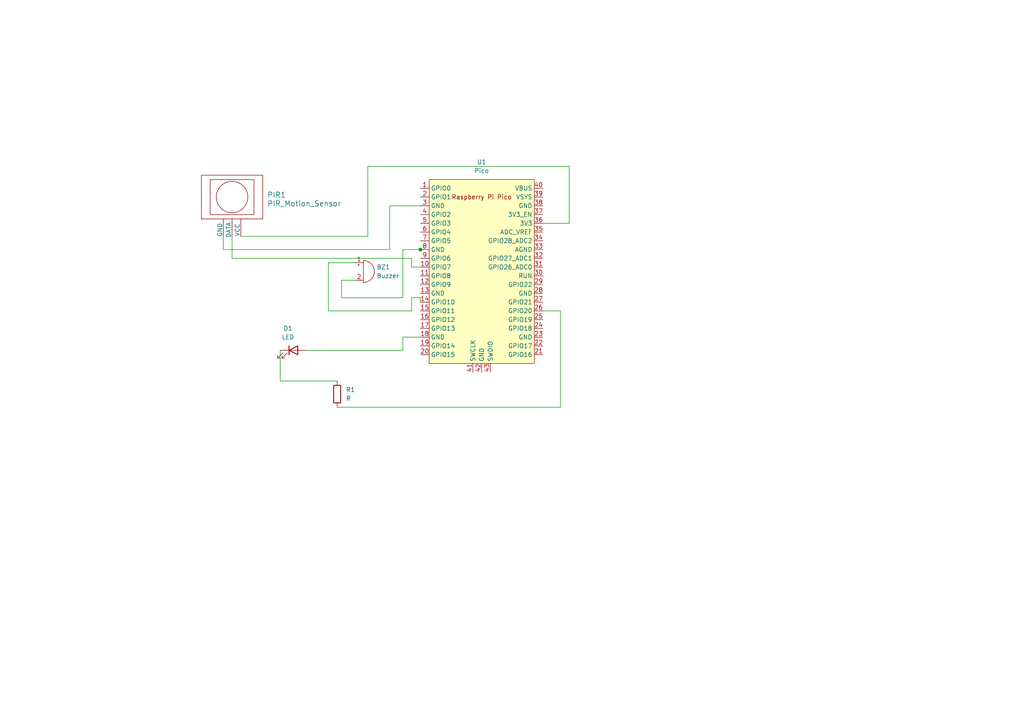
<source format=kicad_sch>
(kicad_sch
	(version 20231120)
	(generator "eeschema")
	(generator_version "8.0")
	(uuid "4f9e19b8-c4a6-45a1-a4f9-72aa2856608a")
	(paper "A4")
	(lib_symbols
		(symbol "Device:Buzzer"
			(pin_names
				(offset 0.0254) hide)
			(exclude_from_sim no)
			(in_bom yes)
			(on_board yes)
			(property "Reference" "BZ"
				(at 3.81 1.27 0)
				(effects
					(font
						(size 1.27 1.27)
					)
					(justify left)
				)
			)
			(property "Value" "Buzzer"
				(at 3.81 -1.27 0)
				(effects
					(font
						(size 1.27 1.27)
					)
					(justify left)
				)
			)
			(property "Footprint" ""
				(at -0.635 2.54 90)
				(effects
					(font
						(size 1.27 1.27)
					)
					(hide yes)
				)
			)
			(property "Datasheet" "~"
				(at -0.635 2.54 90)
				(effects
					(font
						(size 1.27 1.27)
					)
					(hide yes)
				)
			)
			(property "Description" "Buzzer, polarized"
				(at 0 0 0)
				(effects
					(font
						(size 1.27 1.27)
					)
					(hide yes)
				)
			)
			(property "ki_keywords" "quartz resonator ceramic"
				(at 0 0 0)
				(effects
					(font
						(size 1.27 1.27)
					)
					(hide yes)
				)
			)
			(property "ki_fp_filters" "*Buzzer*"
				(at 0 0 0)
				(effects
					(font
						(size 1.27 1.27)
					)
					(hide yes)
				)
			)
			(symbol "Buzzer_0_1"
				(arc
					(start 0 -3.175)
					(mid 3.1612 0)
					(end 0 3.175)
					(stroke
						(width 0)
						(type default)
					)
					(fill
						(type none)
					)
				)
				(polyline
					(pts
						(xy -1.651 1.905) (xy -1.143 1.905)
					)
					(stroke
						(width 0)
						(type default)
					)
					(fill
						(type none)
					)
				)
				(polyline
					(pts
						(xy -1.397 2.159) (xy -1.397 1.651)
					)
					(stroke
						(width 0)
						(type default)
					)
					(fill
						(type none)
					)
				)
				(polyline
					(pts
						(xy 0 3.175) (xy 0 -3.175)
					)
					(stroke
						(width 0)
						(type default)
					)
					(fill
						(type none)
					)
				)
			)
			(symbol "Buzzer_1_1"
				(pin passive line
					(at -2.54 2.54 0)
					(length 2.54)
					(name "+"
						(effects
							(font
								(size 1.27 1.27)
							)
						)
					)
					(number "1"
						(effects
							(font
								(size 1.27 1.27)
							)
						)
					)
				)
				(pin passive line
					(at -2.54 -2.54 0)
					(length 2.54)
					(name "-"
						(effects
							(font
								(size 1.27 1.27)
							)
						)
					)
					(number "2"
						(effects
							(font
								(size 1.27 1.27)
							)
						)
					)
				)
			)
		)
		(symbol "Device:LED"
			(pin_numbers hide)
			(pin_names
				(offset 1.016) hide)
			(exclude_from_sim no)
			(in_bom yes)
			(on_board yes)
			(property "Reference" "D"
				(at 0 2.54 0)
				(effects
					(font
						(size 1.27 1.27)
					)
				)
			)
			(property "Value" "LED"
				(at 0 -2.54 0)
				(effects
					(font
						(size 1.27 1.27)
					)
				)
			)
			(property "Footprint" ""
				(at 0 0 0)
				(effects
					(font
						(size 1.27 1.27)
					)
					(hide yes)
				)
			)
			(property "Datasheet" "~"
				(at 0 0 0)
				(effects
					(font
						(size 1.27 1.27)
					)
					(hide yes)
				)
			)
			(property "Description" "Light emitting diode"
				(at 0 0 0)
				(effects
					(font
						(size 1.27 1.27)
					)
					(hide yes)
				)
			)
			(property "ki_keywords" "LED diode"
				(at 0 0 0)
				(effects
					(font
						(size 1.27 1.27)
					)
					(hide yes)
				)
			)
			(property "ki_fp_filters" "LED* LED_SMD:* LED_THT:*"
				(at 0 0 0)
				(effects
					(font
						(size 1.27 1.27)
					)
					(hide yes)
				)
			)
			(symbol "LED_0_1"
				(polyline
					(pts
						(xy -1.27 -1.27) (xy -1.27 1.27)
					)
					(stroke
						(width 0.254)
						(type default)
					)
					(fill
						(type none)
					)
				)
				(polyline
					(pts
						(xy -1.27 0) (xy 1.27 0)
					)
					(stroke
						(width 0)
						(type default)
					)
					(fill
						(type none)
					)
				)
				(polyline
					(pts
						(xy 1.27 -1.27) (xy 1.27 1.27) (xy -1.27 0) (xy 1.27 -1.27)
					)
					(stroke
						(width 0.254)
						(type default)
					)
					(fill
						(type none)
					)
				)
				(polyline
					(pts
						(xy -3.048 -0.762) (xy -4.572 -2.286) (xy -3.81 -2.286) (xy -4.572 -2.286) (xy -4.572 -1.524)
					)
					(stroke
						(width 0)
						(type default)
					)
					(fill
						(type none)
					)
				)
				(polyline
					(pts
						(xy -1.778 -0.762) (xy -3.302 -2.286) (xy -2.54 -2.286) (xy -3.302 -2.286) (xy -3.302 -1.524)
					)
					(stroke
						(width 0)
						(type default)
					)
					(fill
						(type none)
					)
				)
			)
			(symbol "LED_1_1"
				(pin passive line
					(at -3.81 0 0)
					(length 2.54)
					(name "K"
						(effects
							(font
								(size 1.27 1.27)
							)
						)
					)
					(number "1"
						(effects
							(font
								(size 1.27 1.27)
							)
						)
					)
				)
				(pin passive line
					(at 3.81 0 180)
					(length 2.54)
					(name "A"
						(effects
							(font
								(size 1.27 1.27)
							)
						)
					)
					(number "2"
						(effects
							(font
								(size 1.27 1.27)
							)
						)
					)
				)
			)
		)
		(symbol "Device:R"
			(pin_numbers hide)
			(pin_names
				(offset 0)
			)
			(exclude_from_sim no)
			(in_bom yes)
			(on_board yes)
			(property "Reference" "R"
				(at 2.032 0 90)
				(effects
					(font
						(size 1.27 1.27)
					)
				)
			)
			(property "Value" "R"
				(at 0 0 90)
				(effects
					(font
						(size 1.27 1.27)
					)
				)
			)
			(property "Footprint" ""
				(at -1.778 0 90)
				(effects
					(font
						(size 1.27 1.27)
					)
					(hide yes)
				)
			)
			(property "Datasheet" "~"
				(at 0 0 0)
				(effects
					(font
						(size 1.27 1.27)
					)
					(hide yes)
				)
			)
			(property "Description" "Resistor"
				(at 0 0 0)
				(effects
					(font
						(size 1.27 1.27)
					)
					(hide yes)
				)
			)
			(property "ki_keywords" "R res resistor"
				(at 0 0 0)
				(effects
					(font
						(size 1.27 1.27)
					)
					(hide yes)
				)
			)
			(property "ki_fp_filters" "R_*"
				(at 0 0 0)
				(effects
					(font
						(size 1.27 1.27)
					)
					(hide yes)
				)
			)
			(symbol "R_0_1"
				(rectangle
					(start -1.016 -2.54)
					(end 1.016 2.54)
					(stroke
						(width 0.254)
						(type default)
					)
					(fill
						(type none)
					)
				)
			)
			(symbol "R_1_1"
				(pin passive line
					(at 0 3.81 270)
					(length 1.27)
					(name "~"
						(effects
							(font
								(size 1.27 1.27)
							)
						)
					)
					(number "1"
						(effects
							(font
								(size 1.27 1.27)
							)
						)
					)
				)
				(pin passive line
					(at 0 -3.81 90)
					(length 1.27)
					(name "~"
						(effects
							(font
								(size 1.27 1.27)
							)
						)
					)
					(number "2"
						(effects
							(font
								(size 1.27 1.27)
							)
						)
					)
				)
			)
		)
		(symbol "MCU_RaspberryPi_and_Boards:Pico"
			(exclude_from_sim no)
			(in_bom yes)
			(on_board yes)
			(property "Reference" "U"
				(at -13.97 27.94 0)
				(effects
					(font
						(size 1.27 1.27)
					)
				)
			)
			(property "Value" "Pico"
				(at 0 19.05 0)
				(effects
					(font
						(size 1.27 1.27)
					)
				)
			)
			(property "Footprint" "RPi_Pico:RPi_Pico_SMD_TH"
				(at 0 0 90)
				(effects
					(font
						(size 1.27 1.27)
					)
					(hide yes)
				)
			)
			(property "Datasheet" ""
				(at 0 0 0)
				(effects
					(font
						(size 1.27 1.27)
					)
					(hide yes)
				)
			)
			(property "Description" ""
				(at 0 0 0)
				(effects
					(font
						(size 1.27 1.27)
					)
					(hide yes)
				)
			)
			(symbol "Pico_0_0"
				(text "Raspberry Pi Pico"
					(at 0 21.59 0)
					(effects
						(font
							(size 1.27 1.27)
						)
					)
				)
			)
			(symbol "Pico_0_1"
				(rectangle
					(start -15.24 26.67)
					(end 15.24 -26.67)
					(stroke
						(width 0)
						(type default)
					)
					(fill
						(type background)
					)
				)
			)
			(symbol "Pico_1_1"
				(pin bidirectional line
					(at -17.78 24.13 0)
					(length 2.54)
					(name "GPIO0"
						(effects
							(font
								(size 1.27 1.27)
							)
						)
					)
					(number "1"
						(effects
							(font
								(size 1.27 1.27)
							)
						)
					)
				)
				(pin bidirectional line
					(at -17.78 1.27 0)
					(length 2.54)
					(name "GPIO7"
						(effects
							(font
								(size 1.27 1.27)
							)
						)
					)
					(number "10"
						(effects
							(font
								(size 1.27 1.27)
							)
						)
					)
				)
				(pin bidirectional line
					(at -17.78 -1.27 0)
					(length 2.54)
					(name "GPIO8"
						(effects
							(font
								(size 1.27 1.27)
							)
						)
					)
					(number "11"
						(effects
							(font
								(size 1.27 1.27)
							)
						)
					)
				)
				(pin bidirectional line
					(at -17.78 -3.81 0)
					(length 2.54)
					(name "GPIO9"
						(effects
							(font
								(size 1.27 1.27)
							)
						)
					)
					(number "12"
						(effects
							(font
								(size 1.27 1.27)
							)
						)
					)
				)
				(pin power_in line
					(at -17.78 -6.35 0)
					(length 2.54)
					(name "GND"
						(effects
							(font
								(size 1.27 1.27)
							)
						)
					)
					(number "13"
						(effects
							(font
								(size 1.27 1.27)
							)
						)
					)
				)
				(pin bidirectional line
					(at -17.78 -8.89 0)
					(length 2.54)
					(name "GPIO10"
						(effects
							(font
								(size 1.27 1.27)
							)
						)
					)
					(number "14"
						(effects
							(font
								(size 1.27 1.27)
							)
						)
					)
				)
				(pin bidirectional line
					(at -17.78 -11.43 0)
					(length 2.54)
					(name "GPIO11"
						(effects
							(font
								(size 1.27 1.27)
							)
						)
					)
					(number "15"
						(effects
							(font
								(size 1.27 1.27)
							)
						)
					)
				)
				(pin bidirectional line
					(at -17.78 -13.97 0)
					(length 2.54)
					(name "GPIO12"
						(effects
							(font
								(size 1.27 1.27)
							)
						)
					)
					(number "16"
						(effects
							(font
								(size 1.27 1.27)
							)
						)
					)
				)
				(pin bidirectional line
					(at -17.78 -16.51 0)
					(length 2.54)
					(name "GPIO13"
						(effects
							(font
								(size 1.27 1.27)
							)
						)
					)
					(number "17"
						(effects
							(font
								(size 1.27 1.27)
							)
						)
					)
				)
				(pin power_in line
					(at -17.78 -19.05 0)
					(length 2.54)
					(name "GND"
						(effects
							(font
								(size 1.27 1.27)
							)
						)
					)
					(number "18"
						(effects
							(font
								(size 1.27 1.27)
							)
						)
					)
				)
				(pin bidirectional line
					(at -17.78 -21.59 0)
					(length 2.54)
					(name "GPIO14"
						(effects
							(font
								(size 1.27 1.27)
							)
						)
					)
					(number "19"
						(effects
							(font
								(size 1.27 1.27)
							)
						)
					)
				)
				(pin bidirectional line
					(at -17.78 21.59 0)
					(length 2.54)
					(name "GPIO1"
						(effects
							(font
								(size 1.27 1.27)
							)
						)
					)
					(number "2"
						(effects
							(font
								(size 1.27 1.27)
							)
						)
					)
				)
				(pin bidirectional line
					(at -17.78 -24.13 0)
					(length 2.54)
					(name "GPIO15"
						(effects
							(font
								(size 1.27 1.27)
							)
						)
					)
					(number "20"
						(effects
							(font
								(size 1.27 1.27)
							)
						)
					)
				)
				(pin bidirectional line
					(at 17.78 -24.13 180)
					(length 2.54)
					(name "GPIO16"
						(effects
							(font
								(size 1.27 1.27)
							)
						)
					)
					(number "21"
						(effects
							(font
								(size 1.27 1.27)
							)
						)
					)
				)
				(pin bidirectional line
					(at 17.78 -21.59 180)
					(length 2.54)
					(name "GPIO17"
						(effects
							(font
								(size 1.27 1.27)
							)
						)
					)
					(number "22"
						(effects
							(font
								(size 1.27 1.27)
							)
						)
					)
				)
				(pin power_in line
					(at 17.78 -19.05 180)
					(length 2.54)
					(name "GND"
						(effects
							(font
								(size 1.27 1.27)
							)
						)
					)
					(number "23"
						(effects
							(font
								(size 1.27 1.27)
							)
						)
					)
				)
				(pin bidirectional line
					(at 17.78 -16.51 180)
					(length 2.54)
					(name "GPIO18"
						(effects
							(font
								(size 1.27 1.27)
							)
						)
					)
					(number "24"
						(effects
							(font
								(size 1.27 1.27)
							)
						)
					)
				)
				(pin bidirectional line
					(at 17.78 -13.97 180)
					(length 2.54)
					(name "GPIO19"
						(effects
							(font
								(size 1.27 1.27)
							)
						)
					)
					(number "25"
						(effects
							(font
								(size 1.27 1.27)
							)
						)
					)
				)
				(pin bidirectional line
					(at 17.78 -11.43 180)
					(length 2.54)
					(name "GPIO20"
						(effects
							(font
								(size 1.27 1.27)
							)
						)
					)
					(number "26"
						(effects
							(font
								(size 1.27 1.27)
							)
						)
					)
				)
				(pin bidirectional line
					(at 17.78 -8.89 180)
					(length 2.54)
					(name "GPIO21"
						(effects
							(font
								(size 1.27 1.27)
							)
						)
					)
					(number "27"
						(effects
							(font
								(size 1.27 1.27)
							)
						)
					)
				)
				(pin power_in line
					(at 17.78 -6.35 180)
					(length 2.54)
					(name "GND"
						(effects
							(font
								(size 1.27 1.27)
							)
						)
					)
					(number "28"
						(effects
							(font
								(size 1.27 1.27)
							)
						)
					)
				)
				(pin bidirectional line
					(at 17.78 -3.81 180)
					(length 2.54)
					(name "GPIO22"
						(effects
							(font
								(size 1.27 1.27)
							)
						)
					)
					(number "29"
						(effects
							(font
								(size 1.27 1.27)
							)
						)
					)
				)
				(pin power_in line
					(at -17.78 19.05 0)
					(length 2.54)
					(name "GND"
						(effects
							(font
								(size 1.27 1.27)
							)
						)
					)
					(number "3"
						(effects
							(font
								(size 1.27 1.27)
							)
						)
					)
				)
				(pin input line
					(at 17.78 -1.27 180)
					(length 2.54)
					(name "RUN"
						(effects
							(font
								(size 1.27 1.27)
							)
						)
					)
					(number "30"
						(effects
							(font
								(size 1.27 1.27)
							)
						)
					)
				)
				(pin bidirectional line
					(at 17.78 1.27 180)
					(length 2.54)
					(name "GPIO26_ADC0"
						(effects
							(font
								(size 1.27 1.27)
							)
						)
					)
					(number "31"
						(effects
							(font
								(size 1.27 1.27)
							)
						)
					)
				)
				(pin bidirectional line
					(at 17.78 3.81 180)
					(length 2.54)
					(name "GPIO27_ADC1"
						(effects
							(font
								(size 1.27 1.27)
							)
						)
					)
					(number "32"
						(effects
							(font
								(size 1.27 1.27)
							)
						)
					)
				)
				(pin power_in line
					(at 17.78 6.35 180)
					(length 2.54)
					(name "AGND"
						(effects
							(font
								(size 1.27 1.27)
							)
						)
					)
					(number "33"
						(effects
							(font
								(size 1.27 1.27)
							)
						)
					)
				)
				(pin bidirectional line
					(at 17.78 8.89 180)
					(length 2.54)
					(name "GPIO28_ADC2"
						(effects
							(font
								(size 1.27 1.27)
							)
						)
					)
					(number "34"
						(effects
							(font
								(size 1.27 1.27)
							)
						)
					)
				)
				(pin power_in line
					(at 17.78 11.43 180)
					(length 2.54)
					(name "ADC_VREF"
						(effects
							(font
								(size 1.27 1.27)
							)
						)
					)
					(number "35"
						(effects
							(font
								(size 1.27 1.27)
							)
						)
					)
				)
				(pin power_in line
					(at 17.78 13.97 180)
					(length 2.54)
					(name "3V3"
						(effects
							(font
								(size 1.27 1.27)
							)
						)
					)
					(number "36"
						(effects
							(font
								(size 1.27 1.27)
							)
						)
					)
				)
				(pin input line
					(at 17.78 16.51 180)
					(length 2.54)
					(name "3V3_EN"
						(effects
							(font
								(size 1.27 1.27)
							)
						)
					)
					(number "37"
						(effects
							(font
								(size 1.27 1.27)
							)
						)
					)
				)
				(pin bidirectional line
					(at 17.78 19.05 180)
					(length 2.54)
					(name "GND"
						(effects
							(font
								(size 1.27 1.27)
							)
						)
					)
					(number "38"
						(effects
							(font
								(size 1.27 1.27)
							)
						)
					)
				)
				(pin power_in line
					(at 17.78 21.59 180)
					(length 2.54)
					(name "VSYS"
						(effects
							(font
								(size 1.27 1.27)
							)
						)
					)
					(number "39"
						(effects
							(font
								(size 1.27 1.27)
							)
						)
					)
				)
				(pin bidirectional line
					(at -17.78 16.51 0)
					(length 2.54)
					(name "GPIO2"
						(effects
							(font
								(size 1.27 1.27)
							)
						)
					)
					(number "4"
						(effects
							(font
								(size 1.27 1.27)
							)
						)
					)
				)
				(pin power_in line
					(at 17.78 24.13 180)
					(length 2.54)
					(name "VBUS"
						(effects
							(font
								(size 1.27 1.27)
							)
						)
					)
					(number "40"
						(effects
							(font
								(size 1.27 1.27)
							)
						)
					)
				)
				(pin input line
					(at -2.54 -29.21 90)
					(length 2.54)
					(name "SWCLK"
						(effects
							(font
								(size 1.27 1.27)
							)
						)
					)
					(number "41"
						(effects
							(font
								(size 1.27 1.27)
							)
						)
					)
				)
				(pin power_in line
					(at 0 -29.21 90)
					(length 2.54)
					(name "GND"
						(effects
							(font
								(size 1.27 1.27)
							)
						)
					)
					(number "42"
						(effects
							(font
								(size 1.27 1.27)
							)
						)
					)
				)
				(pin bidirectional line
					(at 2.54 -29.21 90)
					(length 2.54)
					(name "SWDIO"
						(effects
							(font
								(size 1.27 1.27)
							)
						)
					)
					(number "43"
						(effects
							(font
								(size 1.27 1.27)
							)
						)
					)
				)
				(pin bidirectional line
					(at -17.78 13.97 0)
					(length 2.54)
					(name "GPIO3"
						(effects
							(font
								(size 1.27 1.27)
							)
						)
					)
					(number "5"
						(effects
							(font
								(size 1.27 1.27)
							)
						)
					)
				)
				(pin bidirectional line
					(at -17.78 11.43 0)
					(length 2.54)
					(name "GPIO4"
						(effects
							(font
								(size 1.27 1.27)
							)
						)
					)
					(number "6"
						(effects
							(font
								(size 1.27 1.27)
							)
						)
					)
				)
				(pin bidirectional line
					(at -17.78 8.89 0)
					(length 2.54)
					(name "GPIO5"
						(effects
							(font
								(size 1.27 1.27)
							)
						)
					)
					(number "7"
						(effects
							(font
								(size 1.27 1.27)
							)
						)
					)
				)
				(pin power_in line
					(at -17.78 6.35 0)
					(length 2.54)
					(name "GND"
						(effects
							(font
								(size 1.27 1.27)
							)
						)
					)
					(number "8"
						(effects
							(font
								(size 1.27 1.27)
							)
						)
					)
				)
				(pin bidirectional line
					(at -17.78 3.81 0)
					(length 2.54)
					(name "GPIO6"
						(effects
							(font
								(size 1.27 1.27)
							)
						)
					)
					(number "9"
						(effects
							(font
								(size 1.27 1.27)
							)
						)
					)
				)
			)
		)
		(symbol "sensors:PIR_Motion_Sensor"
			(pin_numbers hide)
			(pin_names
				(offset 0)
			)
			(exclude_from_sim no)
			(in_bom yes)
			(on_board yes)
			(property "Reference" "PIR"
				(at 0 22.86 0)
				(effects
					(font
						(size 1.524 1.524)
					)
				)
			)
			(property "Value" "PIR_Motion_Sensor"
				(at 0 20.32 0)
				(effects
					(font
						(size 1.524 1.524)
					)
				)
			)
			(property "Footprint" ""
				(at 0 20.32 0)
				(effects
					(font
						(size 1.524 1.524)
					)
				)
			)
			(property "Datasheet" ""
				(at 0 20.32 0)
				(effects
					(font
						(size 1.524 1.524)
					)
				)
			)
			(property "Description" "PIR motion sensor"
				(at 0 0 0)
				(effects
					(font
						(size 1.27 1.27)
					)
					(hide yes)
				)
			)
			(property "ki_keywords" "motion, sensor, pyroelectric, infrared, ir"
				(at 0 0 0)
				(effects
					(font
						(size 1.27 1.27)
					)
					(hide yes)
				)
			)
			(symbol "PIR_Motion_Sensor_0_1"
				(rectangle
					(start -8.89 5.08)
					(end -8.89 5.08)
					(stroke
						(width 0)
						(type solid)
					)
					(fill
						(type none)
					)
				)
				(rectangle
					(start -8.89 5.08)
					(end 8.89 17.78)
					(stroke
						(width 0)
						(type solid)
					)
					(fill
						(type none)
					)
				)
				(rectangle
					(start -6.35 16.51)
					(end 6.35 6.35)
					(stroke
						(width 0)
						(type solid)
					)
					(fill
						(type none)
					)
				)
				(polyline
					(pts
						(xy -2.54 3.81) (xy -2.54 5.08)
					)
					(stroke
						(width 0)
						(type solid)
					)
					(fill
						(type none)
					)
				)
				(polyline
					(pts
						(xy 0 3.81) (xy 0 5.08)
					)
					(stroke
						(width 0)
						(type solid)
					)
					(fill
						(type none)
					)
				)
				(polyline
					(pts
						(xy 2.54 3.81) (xy 2.54 5.08)
					)
					(stroke
						(width 0)
						(type solid)
					)
					(fill
						(type none)
					)
				)
				(circle
					(center 0 11.43)
					(radius 4.572)
					(stroke
						(width 0)
						(type solid)
					)
					(fill
						(type none)
					)
				)
			)
			(symbol "PIR_Motion_Sensor_1_1"
				(pin power_in line
					(at -2.54 0 90)
					(length 3.81)
					(name "GND"
						(effects
							(font
								(size 1.27 1.27)
							)
						)
					)
					(number "1"
						(effects
							(font
								(size 1.27 1.27)
							)
						)
					)
				)
				(pin output line
					(at 0 0 90)
					(length 3.81)
					(name "DATA"
						(effects
							(font
								(size 1.27 1.27)
							)
						)
					)
					(number "2"
						(effects
							(font
								(size 1.27 1.27)
							)
						)
					)
				)
				(pin power_in line
					(at 2.54 0 90)
					(length 3.81)
					(name "VCC"
						(effects
							(font
								(size 1.27 1.27)
							)
						)
					)
					(number "3"
						(effects
							(font
								(size 1.27 1.27)
							)
						)
					)
				)
			)
		)
	)
	(junction
		(at 121.92 72.39)
		(diameter 0)
		(color 0 0 0 0)
		(uuid "43cfc70c-7578-45ad-888a-965c7cbeadf8")
	)
	(wire
		(pts
			(xy 113.03 59.69) (xy 113.03 72.39)
		)
		(stroke
			(width 0)
			(type default)
		)
		(uuid "050f4dc2-9b9e-4c47-8b5d-4fe329843eac")
	)
	(wire
		(pts
			(xy 116.84 72.39) (xy 121.92 72.39)
		)
		(stroke
			(width 0)
			(type default)
		)
		(uuid "09a6e059-4e8f-4169-b396-353e03b342a6")
	)
	(wire
		(pts
			(xy 119.38 74.93) (xy 119.38 77.47)
		)
		(stroke
			(width 0)
			(type default)
		)
		(uuid "0a98d534-d209-4125-9e8f-69e027a9bb5c")
	)
	(wire
		(pts
			(xy 113.03 72.39) (xy 64.77 72.39)
		)
		(stroke
			(width 0)
			(type default)
		)
		(uuid "0b3d9f27-03d4-4f8e-a6d5-3434d65c0cbd")
	)
	(wire
		(pts
			(xy 99.06 81.28) (xy 99.06 86.36)
		)
		(stroke
			(width 0)
			(type default)
		)
		(uuid "0d52437f-ecce-4789-a2ee-7ed9cd92d0d9")
	)
	(wire
		(pts
			(xy 119.38 86.36) (xy 121.92 86.36)
		)
		(stroke
			(width 0)
			(type default)
		)
		(uuid "0dc8f366-c3d2-4de6-af1c-10ea78a9f90b")
	)
	(wire
		(pts
			(xy 113.03 59.69) (xy 121.92 59.69)
		)
		(stroke
			(width 0)
			(type default)
		)
		(uuid "106125b4-ecad-4933-b457-7248cfd21e2d")
	)
	(wire
		(pts
			(xy 121.92 72.39) (xy 123.19 72.39)
		)
		(stroke
			(width 0)
			(type default)
		)
		(uuid "19a99256-7214-49cf-8655-89a397a4685b")
	)
	(wire
		(pts
			(xy 64.77 72.39) (xy 64.77 68.58)
		)
		(stroke
			(width 0)
			(type default)
		)
		(uuid "28bbb4f5-490e-444e-aabc-f899dad549c7")
	)
	(wire
		(pts
			(xy 119.38 77.47) (xy 121.92 77.47)
		)
		(stroke
			(width 0)
			(type default)
		)
		(uuid "28d83ec5-8a4b-4222-809a-1ee8623ba930")
	)
	(wire
		(pts
			(xy 121.92 86.36) (xy 121.92 87.63)
		)
		(stroke
			(width 0)
			(type default)
		)
		(uuid "2bdc0789-6a5f-421e-8d8d-e0b8ad0c35f6")
	)
	(wire
		(pts
			(xy 69.85 68.58) (xy 106.68 68.58)
		)
		(stroke
			(width 0)
			(type default)
		)
		(uuid "2ce402b7-9d43-4a7e-8af0-a26a7ffae021")
	)
	(wire
		(pts
			(xy 95.25 76.2) (xy 95.25 90.17)
		)
		(stroke
			(width 0)
			(type default)
		)
		(uuid "2e792f6a-b5f6-4f68-8e37-025f2acceedf")
	)
	(wire
		(pts
			(xy 116.84 86.36) (xy 116.84 72.39)
		)
		(stroke
			(width 0)
			(type default)
		)
		(uuid "3192e645-5098-414f-bc36-4fd6a597f5dd")
	)
	(wire
		(pts
			(xy 157.48 90.17) (xy 162.56 90.17)
		)
		(stroke
			(width 0)
			(type default)
		)
		(uuid "32d21acc-0640-47ba-ac67-0552ffe27b6c")
	)
	(wire
		(pts
			(xy 116.84 101.6) (xy 116.84 97.79)
		)
		(stroke
			(width 0)
			(type default)
		)
		(uuid "45a4429b-8c73-4d5b-9297-8540f9dc2a36")
	)
	(wire
		(pts
			(xy 95.25 90.17) (xy 119.38 90.17)
		)
		(stroke
			(width 0)
			(type default)
		)
		(uuid "47a05e48-0057-4209-af10-8567d14208d4")
	)
	(wire
		(pts
			(xy 99.06 86.36) (xy 116.84 86.36)
		)
		(stroke
			(width 0)
			(type default)
		)
		(uuid "497b5945-1b9b-4f8d-a9c6-01cb7e700e94")
	)
	(wire
		(pts
			(xy 165.1 48.26) (xy 165.1 64.77)
		)
		(stroke
			(width 0)
			(type default)
		)
		(uuid "51ebb533-63c7-4da2-86fe-bfec5ccdba76")
	)
	(wire
		(pts
			(xy 81.28 101.6) (xy 81.28 110.49)
		)
		(stroke
			(width 0)
			(type default)
		)
		(uuid "5ab3eb66-d908-4e3b-9207-32aab0f9f763")
	)
	(wire
		(pts
			(xy 81.28 110.49) (xy 97.79 110.49)
		)
		(stroke
			(width 0)
			(type default)
		)
		(uuid "66bdf9e3-313d-4bb2-8332-da21c7cf91b4")
	)
	(wire
		(pts
			(xy 67.31 68.58) (xy 67.31 74.93)
		)
		(stroke
			(width 0)
			(type default)
		)
		(uuid "7cb8586e-e8ed-481e-85d8-5ede33aed6c7")
	)
	(wire
		(pts
			(xy 97.79 118.11) (xy 162.56 118.11)
		)
		(stroke
			(width 0)
			(type default)
		)
		(uuid "7fe38e6f-0187-498e-84ae-63eb4bc8ff55")
	)
	(wire
		(pts
			(xy 165.1 64.77) (xy 157.48 64.77)
		)
		(stroke
			(width 0)
			(type default)
		)
		(uuid "8aef484e-2729-45ce-af64-4b1bbac41cb7")
	)
	(wire
		(pts
			(xy 116.84 97.79) (xy 121.92 97.79)
		)
		(stroke
			(width 0)
			(type default)
		)
		(uuid "936f589b-9734-48ac-bf09-fafe88d745ae")
	)
	(wire
		(pts
			(xy 102.87 76.2) (xy 95.25 76.2)
		)
		(stroke
			(width 0)
			(type default)
		)
		(uuid "9f860a9e-723f-45ad-b39a-7c249599ab89")
	)
	(wire
		(pts
			(xy 102.87 81.28) (xy 99.06 81.28)
		)
		(stroke
			(width 0)
			(type default)
		)
		(uuid "a2294ca3-6d24-4a7f-9aea-ff646a24334a")
	)
	(wire
		(pts
			(xy 162.56 118.11) (xy 162.56 90.17)
		)
		(stroke
			(width 0)
			(type default)
		)
		(uuid "a251bf6d-9f87-4a5f-ab03-77e1ab9f27db")
	)
	(wire
		(pts
			(xy 88.9 101.6) (xy 116.84 101.6)
		)
		(stroke
			(width 0)
			(type default)
		)
		(uuid "a58a18b1-5d7b-4c9e-a0ad-c4f313d64c31")
	)
	(wire
		(pts
			(xy 67.31 74.93) (xy 119.38 74.93)
		)
		(stroke
			(width 0)
			(type default)
		)
		(uuid "ab90c58c-c361-4023-859e-6c6496ea2d07")
	)
	(wire
		(pts
			(xy 119.38 90.17) (xy 119.38 86.36)
		)
		(stroke
			(width 0)
			(type default)
		)
		(uuid "b9d9639a-bbd0-4165-826c-a305ccb63350")
	)
	(wire
		(pts
			(xy 106.68 68.58) (xy 106.68 48.26)
		)
		(stroke
			(width 0)
			(type default)
		)
		(uuid "ddf01530-2051-43a9-96ee-1ab87b686077")
	)
	(wire
		(pts
			(xy 106.68 48.26) (xy 165.1 48.26)
		)
		(stroke
			(width 0)
			(type default)
		)
		(uuid "e3b5b31e-e107-4aa8-aca9-4854f80f06d5")
	)
	(symbol
		(lib_id "Device:LED")
		(at 85.09 101.6 0)
		(unit 1)
		(exclude_from_sim no)
		(in_bom yes)
		(on_board yes)
		(dnp no)
		(fields_autoplaced yes)
		(uuid "07a030c8-6a5f-495a-8fd1-3ae97176e778")
		(property "Reference" "D1"
			(at 83.5025 95.25 0)
			(effects
				(font
					(size 1.27 1.27)
				)
			)
		)
		(property "Value" "LED"
			(at 83.5025 97.79 0)
			(effects
				(font
					(size 1.27 1.27)
				)
			)
		)
		(property "Footprint" "LED_SMD:LED_Avago_PLCC4_3.2x2.8mm_CW"
			(at 85.09 101.6 0)
			(effects
				(font
					(size 1.27 1.27)
				)
				(hide yes)
			)
		)
		(property "Datasheet" "~"
			(at 85.09 101.6 0)
			(effects
				(font
					(size 1.27 1.27)
				)
				(hide yes)
			)
		)
		(property "Description" "Light emitting diode"
			(at 85.09 101.6 0)
			(effects
				(font
					(size 1.27 1.27)
				)
				(hide yes)
			)
		)
		(pin "1"
			(uuid "f5c8f3ce-7f2a-4c62-b094-d55aaa72fdaa")
		)
		(pin "2"
			(uuid "09fb38db-ae41-4b89-af42-44425c3c8a16")
		)
		(instances
			(project "L&T Project"
				(path "/4f9e19b8-c4a6-45a1-a4f9-72aa2856608a"
					(reference "D1")
					(unit 1)
				)
			)
		)
	)
	(symbol
		(lib_id "MCU_RaspberryPi_and_Boards:Pico")
		(at 139.7 78.74 0)
		(unit 1)
		(exclude_from_sim no)
		(in_bom yes)
		(on_board yes)
		(dnp no)
		(fields_autoplaced yes)
		(uuid "62031830-bfdd-465f-8380-a89bb9b12101")
		(property "Reference" "U1"
			(at 139.7 46.99 0)
			(effects
				(font
					(size 1.27 1.27)
				)
			)
		)
		(property "Value" "Pico"
			(at 139.7 49.53 0)
			(effects
				(font
					(size 1.27 1.27)
				)
			)
		)
		(property "Footprint" "MCU_RaspberryPi_and_Boards:RPi_Pico_SMD_TH"
			(at 139.7 78.74 90)
			(effects
				(font
					(size 1.27 1.27)
				)
				(hide yes)
			)
		)
		(property "Datasheet" ""
			(at 139.7 78.74 0)
			(effects
				(font
					(size 1.27 1.27)
				)
				(hide yes)
			)
		)
		(property "Description" ""
			(at 139.7 78.74 0)
			(effects
				(font
					(size 1.27 1.27)
				)
				(hide yes)
			)
		)
		(pin "36"
			(uuid "6b6d501e-3fa9-4217-b75a-41608e7fd155")
		)
		(pin "14"
			(uuid "331801cb-8993-4f0a-9157-72cfb16c95e4")
		)
		(pin "39"
			(uuid "d85b861c-c199-4402-b432-d855dfecff72")
		)
		(pin "15"
			(uuid "9a3b066e-5adb-427d-b5be-f79935bfe186")
		)
		(pin "1"
			(uuid "b649c53c-bd81-42c2-b640-195b3e54f1dc")
		)
		(pin "4"
			(uuid "073eae8d-2afe-45dd-a332-ba3746cbb6fd")
		)
		(pin "19"
			(uuid "59af7810-af5b-4c5b-96ab-b08f465e380c")
		)
		(pin "20"
			(uuid "6e014bd8-9e0d-42ee-8d1d-9d0c80de16ed")
		)
		(pin "30"
			(uuid "3d58d746-f100-4894-a8d7-bbbe0c5f4e50")
		)
		(pin "17"
			(uuid "f8831364-d3df-4604-8172-d20e01fc72d8")
		)
		(pin "21"
			(uuid "6a8aec3c-679e-4b04-95cb-1d64b50459dc")
		)
		(pin "32"
			(uuid "238e215c-f04d-45ac-9064-d166d140e8bd")
		)
		(pin "41"
			(uuid "9d16b0ef-54f6-4ded-9fa1-098ed90621c1")
		)
		(pin "2"
			(uuid "1e42df28-0e15-4f76-aac6-63704dc95e25")
		)
		(pin "35"
			(uuid "a01dcb71-d9a2-4500-9941-b68b681d6d1c")
		)
		(pin "10"
			(uuid "b80c24d5-4a47-4eaa-8628-bf3fe6040e9f")
		)
		(pin "37"
			(uuid "1466c221-4e99-4923-a7be-6bf4cf87abf4")
		)
		(pin "16"
			(uuid "a9c4e0c4-ec80-4b8a-8301-5c9cfd25877f")
		)
		(pin "40"
			(uuid "9ccff3c9-173d-4b35-aea4-d1e88910df64")
		)
		(pin "42"
			(uuid "c828f3d3-9ae1-49d4-960e-0fe7b2fb9fd3")
		)
		(pin "33"
			(uuid "9e861b28-68a5-468f-aa1d-37e53fe2793f")
		)
		(pin "43"
			(uuid "68b5d150-5d61-4cfa-92c4-1bf149dd27b3")
		)
		(pin "6"
			(uuid "1746e8d5-9277-4865-9e82-579bd9022b3c")
		)
		(pin "23"
			(uuid "400c6b1b-12bf-4bba-abdc-75610071b382")
		)
		(pin "12"
			(uuid "85a2c202-b571-4486-ade3-d6dc4ad1d01a")
		)
		(pin "13"
			(uuid "a308bc1c-2e0d-4c24-9711-7e035c9bd548")
		)
		(pin "18"
			(uuid "1f609720-2544-4b0c-a06d-7e5e1f0a0aed")
		)
		(pin "31"
			(uuid "dff93805-6140-4ca7-92ac-24cfa599ed96")
		)
		(pin "8"
			(uuid "a1ae5718-1091-4993-88e7-7e4a8ddadece")
		)
		(pin "9"
			(uuid "108ebcab-d59d-4570-846c-7e702f0fba59")
		)
		(pin "5"
			(uuid "615753cf-3c13-4219-addc-39e99c5acfe6")
		)
		(pin "7"
			(uuid "ea161aa3-fd89-455f-b643-679e44a500ce")
		)
		(pin "22"
			(uuid "77a9c181-25bb-49a7-9c33-ce4a033cb247")
		)
		(pin "24"
			(uuid "ce8c981b-43e5-4694-b5f3-6a0174762852")
		)
		(pin "25"
			(uuid "86427d5d-9047-4c28-91cc-47f2ab235272")
		)
		(pin "11"
			(uuid "407cdc4f-3afb-4a08-ac2b-384fc4761ca1")
		)
		(pin "26"
			(uuid "3dc634da-d4bb-4bd2-835f-040d4bb0dd70")
		)
		(pin "27"
			(uuid "e0eb2cd4-23ef-4413-9eef-f6c7ab178736")
		)
		(pin "29"
			(uuid "3b6a9543-6762-4107-a00d-70787959d4b6")
		)
		(pin "3"
			(uuid "20c578bf-96c4-431b-9eb1-eda09eaf050d")
		)
		(pin "34"
			(uuid "ffe72f42-80a3-4a85-976a-c3e6f2387082")
		)
		(pin "38"
			(uuid "e75270ac-6373-4ac7-ab62-1436422785a5")
		)
		(pin "28"
			(uuid "2183a5be-651e-4ff6-b103-d2e293cd44f2")
		)
		(instances
			(project "L&T Project"
				(path "/4f9e19b8-c4a6-45a1-a4f9-72aa2856608a"
					(reference "U1")
					(unit 1)
				)
			)
		)
	)
	(symbol
		(lib_id "Device:R")
		(at 97.79 114.3 0)
		(unit 1)
		(exclude_from_sim no)
		(in_bom yes)
		(on_board yes)
		(dnp no)
		(fields_autoplaced yes)
		(uuid "651b4684-e4fb-46a8-9d90-7a4f62de6380")
		(property "Reference" "R1"
			(at 100.33 113.0299 0)
			(effects
				(font
					(size 1.27 1.27)
				)
				(justify left)
			)
		)
		(property "Value" "R"
			(at 100.33 115.5699 0)
			(effects
				(font
					(size 1.27 1.27)
				)
				(justify left)
			)
		)
		(property "Footprint" "Resistor_SMD:R_0201_0603Metric"
			(at 96.012 114.3 90)
			(effects
				(font
					(size 1.27 1.27)
					(italic yes)
				)
				(hide yes)
			)
		)
		(property "Datasheet" "~"
			(at 97.79 114.3 0)
			(effects
				(font
					(size 1.27 1.27)
				)
				(hide yes)
			)
		)
		(property "Description" "Resistor"
			(at 97.79 114.3 0)
			(effects
				(font
					(size 1.27 1.27)
				)
				(hide yes)
			)
		)
		(pin "1"
			(uuid "d1eabc90-bb79-456a-af25-49f56754e820")
		)
		(pin "2"
			(uuid "60b1bf21-bdaa-4dea-af1b-a31427e891eb")
		)
		(instances
			(project "L&T Project"
				(path "/4f9e19b8-c4a6-45a1-a4f9-72aa2856608a"
					(reference "R1")
					(unit 1)
				)
			)
		)
	)
	(symbol
		(lib_id "Device:Buzzer")
		(at 105.41 78.74 0)
		(unit 1)
		(exclude_from_sim no)
		(in_bom yes)
		(on_board yes)
		(dnp no)
		(fields_autoplaced yes)
		(uuid "98b49edd-f270-45ef-834b-cbf1077b9995")
		(property "Reference" "BZ1"
			(at 109.22 77.4699 0)
			(effects
				(font
					(size 1.27 1.27)
				)
				(justify left)
			)
		)
		(property "Value" "Buzzer"
			(at 109.22 80.0099 0)
			(effects
				(font
					(size 1.27 1.27)
				)
				(justify left)
			)
		)
		(property "Footprint" "Buzzer_Beeper:Buzzer_D14mm_H7mm_P10mm"
			(at 104.775 76.2 90)
			(effects
				(font
					(size 1.27 1.27)
				)
				(hide yes)
			)
		)
		(property "Datasheet" "~"
			(at 104.775 76.2 90)
			(effects
				(font
					(size 1.27 1.27)
				)
				(hide yes)
			)
		)
		(property "Description" "Buzzer, polarized"
			(at 105.41 78.74 0)
			(effects
				(font
					(size 1.27 1.27)
				)
				(hide yes)
			)
		)
		(pin "1"
			(uuid "188590a8-ef74-48a9-b672-10e629f9e383")
		)
		(pin "2"
			(uuid "835a9432-daaf-4304-92b1-4710b6dcbc19")
		)
		(instances
			(project "L&T Project"
				(path "/4f9e19b8-c4a6-45a1-a4f9-72aa2856608a"
					(reference "BZ1")
					(unit 1)
				)
			)
		)
	)
	(symbol
		(lib_id "sensors:PIR_Motion_Sensor")
		(at 67.31 68.58 0)
		(unit 1)
		(exclude_from_sim no)
		(in_bom yes)
		(on_board yes)
		(dnp no)
		(fields_autoplaced yes)
		(uuid "bc34aad9-ccf1-4ce1-82dc-c76d34889519")
		(property "Reference" "PIR1"
			(at 77.47 56.5149 0)
			(effects
				(font
					(size 1.524 1.524)
				)
				(justify left)
			)
		)
		(property "Value" "PIR_Motion_Sensor"
			(at 77.47 59.0549 0)
			(effects
				(font
					(size 1.524 1.524)
				)
				(justify left)
			)
		)
		(property "Footprint" "Sensors:PIR_Motion_Sensor"
			(at 67.31 48.26 0)
			(effects
				(font
					(size 1.524 1.524)
				)
				(hide yes)
			)
		)
		(property "Datasheet" ""
			(at 67.31 48.26 0)
			(effects
				(font
					(size 1.524 1.524)
				)
			)
		)
		(property "Description" "PIR motion sensor"
			(at 67.31 68.58 0)
			(effects
				(font
					(size 1.27 1.27)
				)
				(hide yes)
			)
		)
		(pin "1"
			(uuid "be9c6b31-b9b8-46db-925b-6a50f4f4f548")
		)
		(pin "2"
			(uuid "d10fafaa-3979-4df2-a0fa-040819600fbe")
		)
		(pin "3"
			(uuid "86023b46-ca7f-4263-a67b-06f515ccd308")
		)
		(instances
			(project "L&T Project"
				(path "/4f9e19b8-c4a6-45a1-a4f9-72aa2856608a"
					(reference "PIR1")
					(unit 1)
				)
			)
		)
	)
	(sheet_instances
		(path "/"
			(page "1")
		)
	)
)
</source>
